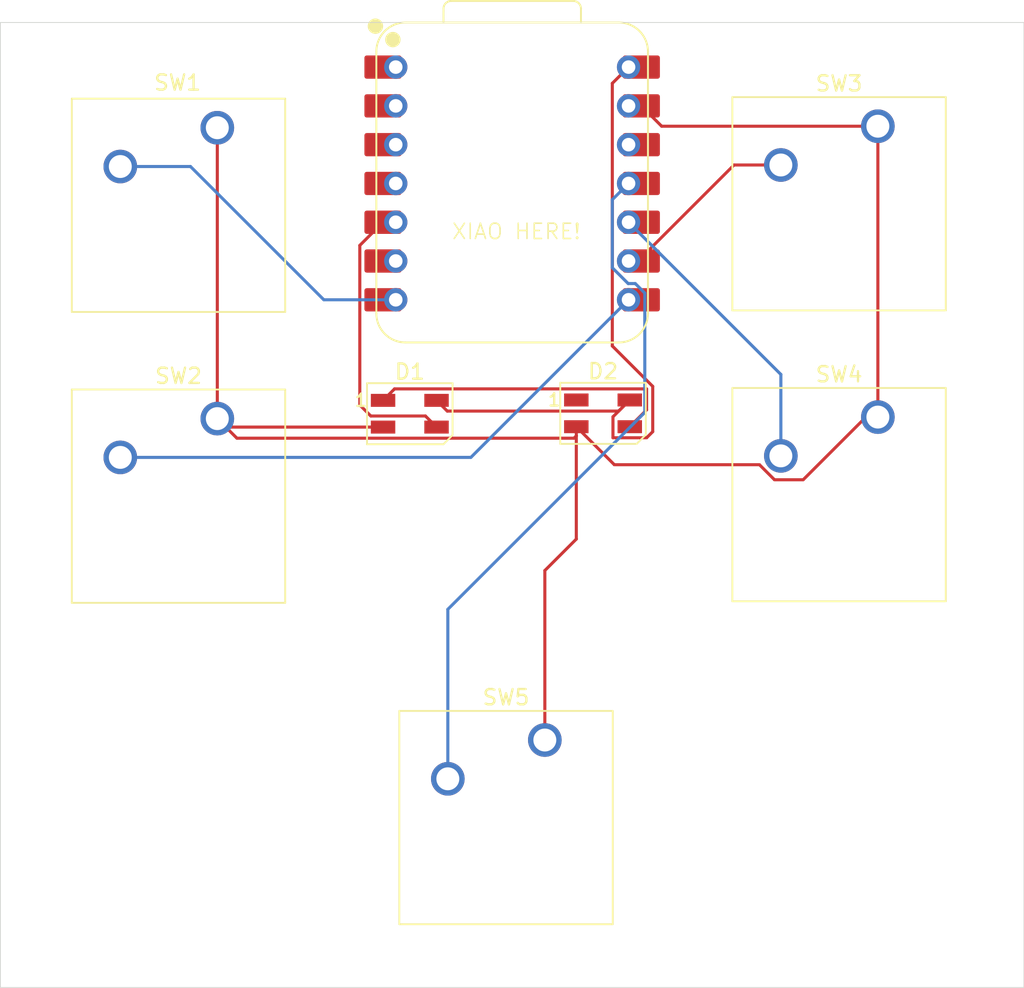
<source format=kicad_pcb>
(kicad_pcb (version 20241229) (generator "pcbnew") (generator_version "9.0")
  (layers (0 "F.Cu" signal) (2 "B.Cu" signal) (13 "F.Paste" user) (15 "B.Paste" user) (5 "F.SilkS" user "F.Silkscreen") (7 "B.SilkS" user "B.Silkscreen") (1 "F.Mask" user) (3 "B.Mask" user) (25 "Edge.Cuts" user))
  (net 0 "")
  (net 1 "Net-(D1-VDD)")
  (net 2 "Net-(D1-VSS)")
  (net 3 "GND")
  (net 4 "+5V")
  (net 6 "Net-(U1-GPIO0{slash}TX)")
  (net 7 "Net-(U1-GPIO1{slash}RX)")
  (net 8 "Net-(U1-GPIO2{slash}SCK)")
  (net 9 "Net-(U1-GPIO4{slash}MISO)")
  (net 10 "Net-(U1-GPIO3{slash}MOSI)")
  (footprint "Button_Switch_Keyboard:SW_Cherry_MX_1.00u_PCB" (layer "F.Cu") (at 159.7 54.42)
    (property "Reference" "SW1" (at -2.6 -2.95 0) (layer "F.SilkS"))
    (property "Value" "SW_Push")
    (fp_line (start -9.525 -1.905) (end 4.445 -1.905) (stroke (width 0.12)) (layer "F.SilkS"))
    (fp_line (start -9.525 12.065) (end -9.525 -1.905) (stroke (width 0.12)) (layer "F.SilkS"))
    (fp_line (start 4.445 -1.905) (end 4.445 12.065) (stroke (width 0.12)) (layer "F.SilkS"))
    (fp_line (start 4.445 12.065) (end -9.525 12.065) (stroke (width 0.12)) (layer "F.SilkS"))
    (pad "" np_thru_hole circle (at -7.62 5.08) (size 1.7 1.7) (drill 1.7) (layers "*.Cu" "*.Mask"))
    (pad "" np_thru_hole circle (at -2.54 5.08) (size 4 4) (drill 4) (layers "*.Cu" "*.Mask"))
    (pad "" np_thru_hole circle (at 2.54 5.08) (size 1.7 1.7) (drill 1.7) (layers "*.Cu" "*.Mask"))
    (pad "1" thru_hole circle (at 0 0) (size 2.2 2.2) (drill 1.5) (layers "*.Cu" "*.Mask") (net 3 "GND"))
    (pad "2" thru_hole circle (at -6.35 2.54) (size 2.2 2.2) (drill 1.5) (layers "*.Cu" "*.Mask") (net 6 "Net-(U1-GPIO0{slash}TX)"))
  )
  (footprint "Button_Switch_Keyboard:SW_Cherry_MX_1.00u_PCB" (layer "F.Cu") (at 181.14 94.52)
    (property "Reference" "SW5" (at -2.54 -2.794 0) (layer "F.SilkS"))
    (property "Value" "SW_Push")
    (fp_line (start -9.525 -1.905) (end 4.445 -1.905) (stroke (width 0.12)) (layer "F.SilkS"))
    (fp_line (start -9.525 12.065) (end -9.525 -1.905) (stroke (width 0.12)) (layer "F.SilkS"))
    (fp_line (start 4.445 -1.905) (end 4.445 12.065) (stroke (width 0.12)) (layer "F.SilkS"))
    (fp_line (start 4.445 12.065) (end -9.525 12.065) (stroke (width 0.12)) (layer "F.SilkS"))
    (pad "" np_thru_hole circle (at -7.62 5.08) (size 1.7 1.7) (drill 1.7) (layers "*.Cu" "*.Mask"))
    (pad "" np_thru_hole circle (at -2.54 5.08) (size 4 4) (drill 4) (layers "*.Cu" "*.Mask"))
    (pad "" np_thru_hole circle (at 2.54 5.08) (size 1.7 1.7) (drill 1.7) (layers "*.Cu" "*.Mask"))
    (pad "1" thru_hole circle (at 0 0) (size 2.2 2.2) (drill 1.5) (layers "*.Cu" "*.Mask") (net 3 "GND"))
    (pad "2" thru_hole circle (at -6.35 2.54) (size 2.2 2.2) (drill 1.5) (layers "*.Cu" "*.Mask") (net 10 "Net-(U1-GPIO3{slash}MOSI)"))
  )
  (footprint "LED_SMD:LED_SK6812MINI_PLCC4_3.5x3.5mm_P1.75mm" (layer "F.Cu") (at 172.3 73.15)
    (property "Reference" "D1" (at 0 -2.75 0) (layer "F.SilkS"))
    (property "Value" "SK6812")
    (fp_line (start -2.8 -2) (end -2.8 2) (stroke (width 0.12)) (layer "F.SilkS"))
    (fp_line (start -2.8 -2) (end 2.8 -2) (stroke (width 0.12)) (layer "F.SilkS"))
    (fp_line (start -2.8 2) (end 2.2 2) (stroke (width 0.12)) (layer "F.SilkS"))
    (fp_line (start 2.8 1.4) (end 2.2 2) (stroke (width 0.12)) (layer "F.SilkS"))
    (fp_line (start 2.8 1.4) (end 2.8 -2) (stroke (width 0.12)) (layer "F.SilkS"))
    (fp_text user "1" (at -3.2 -0.875 0) (layer "F.SilkS") (effects (font (size 0.8 0.8))))
    (pad "1" smd rect (at -1.75 -0.875) (size 1.6 0.85) (layers "F.Cu" "F.Mask" "F.Paste") (net 2 "Net-(D1-VSS)"))
    (pad "2" smd rect (at -1.75 0.875) (size 1.6 0.85) (layers "F.Cu" "F.Mask" "F.Paste") (net 3 "GND"))
    (pad "3" smd rect (at 1.75 0.875) (size 1.6 0.85) (layers "F.Cu" "F.Mask" "F.Paste") (net 1 "Net-(D1-VDD)"))
    (pad "4" smd rect (at 1.75 -0.875) (size 1.6 0.85) (layers "F.Cu" "F.Mask" "F.Paste") (net 4 "+5V"))
  )
  (footprint "Button_Switch_Keyboard:SW_Cherry_MX_1.00u_PCB" (layer "F.Cu") (at 159.7 73.47)
    (property "Reference" "SW2" (at -2.54 -2.794 0) (layer "F.SilkS"))
    (property "Value" "SW_Push")
    (fp_line (start -9.525 -1.905) (end 4.445 -1.905) (stroke (width 0.12)) (layer "F.SilkS"))
    (fp_line (start -9.525 12.065) (end -9.525 -1.905) (stroke (width 0.12)) (layer "F.SilkS"))
    (fp_line (start 4.445 -1.905) (end 4.445 12.065) (stroke (width 0.12)) (layer "F.SilkS"))
    (fp_line (start 4.445 12.065) (end -9.525 12.065) (stroke (width 0.12)) (layer "F.SilkS"))
    (pad "" np_thru_hole circle (at -7.62 5.08) (size 1.7 1.7) (drill 1.7) (layers "*.Cu" "*.Mask"))
    (pad "" np_thru_hole circle (at -2.54 5.08) (size 4 4) (drill 4) (layers "*.Cu" "*.Mask"))
    (pad "" np_thru_hole circle (at 2.54 5.08) (size 1.7 1.7) (drill 1.7) (layers "*.Cu" "*.Mask"))
    (pad "1" thru_hole circle (at 0 0) (size 2.2 2.2) (drill 1.5) (layers "*.Cu" "*.Mask") (net 3 "GND"))
    (pad "2" thru_hole circle (at -6.35 2.54) (size 2.2 2.2) (drill 1.5) (layers "*.Cu" "*.Mask") (net 7 "Net-(U1-GPIO1{slash}RX)"))
  )
  (footprint "Button_Switch_Keyboard:SW_Cherry_MX_1.00u_PCB" (layer "F.Cu") (at 202.94 73.37)
    (property "Reference" "SW4" (at -2.54 -2.794 0) (layer "F.SilkS"))
    (property "Value" "SW_Push")
    (fp_line (start -9.525 -1.905) (end 4.445 -1.905) (stroke (width 0.12)) (layer "F.SilkS"))
    (fp_line (start -9.525 12.065) (end -9.525 -1.905) (stroke (width 0.12)) (layer "F.SilkS"))
    (fp_line (start 4.445 -1.905) (end 4.445 12.065) (stroke (width 0.12)) (layer "F.SilkS"))
    (fp_line (start 4.445 12.065) (end -9.525 12.065) (stroke (width 0.12)) (layer "F.SilkS"))
    (pad "" np_thru_hole circle (at -7.62 5.08) (size 1.7 1.7) (drill 1.7) (layers "*.Cu" "*.Mask"))
    (pad "" np_thru_hole circle (at -2.54 5.08) (size 4 4) (drill 4) (layers "*.Cu" "*.Mask"))
    (pad "" np_thru_hole circle (at 2.54 5.08) (size 1.7 1.7) (drill 1.7) (layers "*.Cu" "*.Mask"))
    (pad "1" thru_hole circle (at 0 0) (size 2.2 2.2) (drill 1.5) (layers "*.Cu" "*.Mask") (net 3 "GND"))
    (pad "2" thru_hole circle (at -6.35 2.54) (size 2.2 2.2) (drill 1.5) (layers "*.Cu" "*.Mask") (net 9 "Net-(U1-GPIO4{slash}MISO)"))
  )
  (footprint "Button_Switch_Keyboard:SW_Cherry_MX_1.00u_PCB" (layer "F.Cu") (at 202.94 54.32)
    (property "Reference" "SW3" (at -2.54 -2.794 0) (layer "F.SilkS"))
    (property "Value" "SW_Push")
    (fp_line (start -9.525 -1.905) (end 4.445 -1.905) (stroke (width 0.12)) (layer "F.SilkS"))
    (fp_line (start -9.525 12.065) (end -9.525 -1.905) (stroke (width 0.12)) (layer "F.SilkS"))
    (fp_line (start 4.445 -1.905) (end 4.445 12.065) (stroke (width 0.12)) (layer "F.SilkS"))
    (fp_line (start 4.445 12.065) (end -9.525 12.065) (stroke (width 0.12)) (layer "F.SilkS"))
    (pad "" np_thru_hole circle (at -7.62 5.08) (size 1.7 1.7) (drill 1.7) (layers "*.Cu" "*.Mask"))
    (pad "" np_thru_hole circle (at -2.54 5.08) (size 4 4) (drill 4) (layers "*.Cu" "*.Mask"))
    (pad "" np_thru_hole circle (at 2.54 5.08) (size 1.7 1.7) (drill 1.7) (layers "*.Cu" "*.Mask"))
    (pad "1" thru_hole circle (at 0 0) (size 2.2 2.2) (drill 1.5) (layers "*.Cu" "*.Mask") (net 3 "GND"))
    (pad "2" thru_hole circle (at -6.35 2.54) (size 2.2 2.2) (drill 1.5) (layers "*.Cu" "*.Mask") (net 8 "Net-(U1-GPIO2{slash}SCK)"))
  )
  (footprint "OPL:XIAO-RP2040-DIP" (layer "F.Cu") (at 179 58.0685)
    (property "Reference" "U1" (hide yes))
    (property "Value" "XIAO-RP2040-DIP")
    (fp_line (start -8.89 8.509) (end -8.89 -8.636) (stroke (width 0.127)) (layer "F.SilkS"))
    (fp_line (start -6.985 10.414) (end 6.985 10.414) (stroke (width 0.127)) (layer "F.SilkS"))
    (fp_line (start -4.495 -10.541) (end -4.491272 -11.451272) (stroke (width 0.127)) (layer "F.SilkS"))
    (fp_line (start -3.991272 -11.951) (end 4.004 -11.951) (stroke (width 0.127)) (layer "F.SilkS"))
    (fp_line (start 4.504 -11.451) (end 4.504 -10.541) (stroke (width 0.127)) (layer "F.SilkS"))
    (fp_line (start 6.985 -10.541) (end -6.985 -10.541) (stroke (width 0.1)) (layer "F.SilkS"))
    (fp_line (start 6.985 -10.541) (end -6.985 -10.541) (stroke (width 0.127)) (layer "F.SilkS"))
    (fp_line (start 8.89 8.509) (end 8.89 -8.636) (stroke (width 0.127)) (layer "F.SilkS"))
    (fp_arc (start -8.89 -8.636) (mid -8.332038 -9.983038) (end -6.985 -10.541) (stroke (width 0.127)) (layer "F.SilkS"))
    (fp_arc (start -6.985 10.414) (mid -8.332038 9.856038) (end -8.89 8.509) (stroke (width 0.127)) (layer "F.SilkS"))
    (fp_arc (start -4.491272 -11.451272) (mid -4.344728 -11.80464) (end -3.991272 -11.951) (stroke (width 0.127)) (layer "F.SilkS"))
    (fp_arc (start 4.004 -11.951) (mid 4.357553 -11.804553) (end 4.504 -11.451) (stroke (width 0.127)) (layer "F.SilkS"))
    (fp_arc (start 6.985 -10.541) (mid 8.332038 -9.983038) (end 8.89 -8.636) (stroke (width 0.127)) (layer "F.SilkS"))
    (fp_arc (start 8.89 8.509) (mid 8.332038 9.856038) (end 6.985 10.414) (stroke (width 0.127)) (layer "F.SilkS"))
    (fp_circle (center -8.95 -10.3) (end -8.95 -10.554) (stroke (width 0.5)) (fill yes) (layer "F.SilkS"))
    (fp_circle (center -7.807 -9.42) (end -7.807 -9.674) (stroke (width 0.5)) (fill yes) (layer "F.SilkS"))
    (pad "1" smd roundrect (at -8.455 -7.62 180) (size 2.432 1.524) (layers "F.Cu" "F.Mask") (roundrect_rratio 0.1))
    (pad "1" thru_hole circle (at -7.62 -7.62 180) (size 1.524 1.524) (drill 0.889) (layers "*.Cu" "*.Mask"))
    (pad "2" smd roundrect (at -8.455 -5.08 180) (size 2.432 1.524) (layers "F.Cu" "F.Mask") (roundrect_rratio 0.1))
    (pad "2" thru_hole circle (at -7.62 -5.08 180) (size 1.524 1.524) (drill 0.889) (layers "*.Cu" "*.Mask"))
    (pad "3" smd roundrect (at -8.455 -2.54 180) (size 2.432 1.524) (layers "F.Cu" "F.Mask") (roundrect_rratio 0.1))
    (pad "3" thru_hole circle (at -7.62 -2.54 180) (size 1.524 1.524) (drill 0.889) (layers "*.Cu" "*.Mask"))
    (pad "4" smd roundrect (at -8.455 0 180) (size 2.432 1.524) (layers "F.Cu" "F.Mask") (roundrect_rratio 0.1))
    (pad "4" thru_hole circle (at -7.62 0 180) (size 1.524 1.524) (drill 0.889) (layers "*.Cu" "*.Mask"))
    (pad "5" smd roundrect (at -8.455 2.54 180) (size 2.432 1.524) (layers "F.Cu" "F.Mask") (roundrect_rratio 0.1) (net 1 "Net-(D1-VDD)"))
    (pad "5" thru_hole circle (at -7.62 2.54 180) (size 1.524 1.524) (drill 0.889) (layers "*.Cu" "*.Mask") (net 1 "Net-(D1-VDD)"))
    (pad "6" smd roundrect (at -8.455 5.08 180) (size 2.432 1.524) (layers "F.Cu" "F.Mask") (roundrect_rratio 0.1))
    (pad "6" thru_hole circle (at -7.62 5.08 180) (size 1.524 1.524) (drill 0.889) (layers "*.Cu" "*.Mask"))
    (pad "7" smd roundrect (at -8.455 7.62 180) (size 2.432 1.524) (layers "F.Cu" "F.Mask") (roundrect_rratio 0.1) (net 6 "Net-(U1-GPIO0{slash}TX)"))
    (pad "7" thru_hole circle (at -7.62 7.62 180) (size 1.524 1.524) (drill 0.889) (layers "*.Cu" "*.Mask") (net 6 "Net-(U1-GPIO0{slash}TX)"))
    (pad "8" thru_hole circle (at 7.62 7.62) (size 1.524 1.524) (drill 0.889) (layers "*.Cu" "*.Mask") (net 7 "Net-(U1-GPIO1{slash}RX)"))
    (pad "8" smd roundrect (at 8.455 7.62) (size 2.432 1.524) (layers "F.Cu" "F.Mask") (roundrect_rratio 0.1) (net 7 "Net-(U1-GPIO1{slash}RX)"))
    (pad "9" thru_hole circle (at 7.62 5.08) (size 1.524 1.524) (drill 0.889) (layers "*.Cu" "*.Mask") (net 8 "Net-(U1-GPIO2{slash}SCK)"))
    (pad "9" smd roundrect (at 8.455 5.08) (size 2.432 1.524) (layers "F.Cu" "F.Mask") (roundrect_rratio 0.1) (net 8 "Net-(U1-GPIO2{slash}SCK)"))
    (pad "10" thru_hole circle (at 7.62 2.54) (size 1.524 1.524) (drill 0.889) (layers "*.Cu" "*.Mask") (net 9 "Net-(U1-GPIO4{slash}MISO)"))
    (pad "10" smd roundrect (at 8.455 2.54) (size 2.432 1.524) (layers "F.Cu" "F.Mask") (roundrect_rratio 0.1) (net 9 "Net-(U1-GPIO4{slash}MISO)"))
    (pad "11" thru_hole circle (at 7.62 0) (size 1.524 1.524) (drill 0.889) (layers "*.Cu" "*.Mask") (net 10 "Net-(U1-GPIO3{slash}MOSI)"))
    (pad "11" smd roundrect (at 8.455 0) (size 2.432 1.524) (layers "F.Cu" "F.Mask") (roundrect_rratio 0.1) (net 10 "Net-(U1-GPIO3{slash}MOSI)"))
    (pad "12" thru_hole circle (at 7.62 -2.54) (size 1.524 1.524) (drill 0.889) (layers "*.Cu" "*.Mask"))
    (pad "12" smd roundrect (at 8.455 -2.54) (size 2.432 1.524) (layers "F.Cu" "F.Mask") (roundrect_rratio 0.1))
    (pad "13" thru_hole circle (at 7.62 -5.08) (size 1.524 1.524) (drill 0.889) (layers "*.Cu" "*.Mask") (net 3 "GND"))
    (pad "13" smd roundrect (at 8.455 -5.08) (size 2.432 1.524) (layers "F.Cu" "F.Mask") (roundrect_rratio 0.1) (net 3 "GND"))
    (pad "14" thru_hole circle (at 7.62 -7.62) (size 1.524 1.524) (drill 0.889) (layers "*.Cu" "*.Mask") (net 4 "+5V"))
    (pad "14" smd roundrect (at 8.455 -7.62) (size 2.432 1.524) (layers "F.Cu" "F.Mask") (roundrect_rratio 0.1) (net 4 "+5V"))
  )
  (footprint "LED_SMD:LED_SK6812MINI_PLCC4_3.5x3.5mm_P1.75mm" (layer "F.Cu") (at 184.95 73.125)
    (property "Reference" "D2" (at 0 -2.75 0) (layer "F.SilkS"))
    (property "Value" "SK6812")
    (fp_line (start -2.8 -2) (end -2.8 2) (stroke (width 0.12)) (layer "F.SilkS"))
    (fp_line (start -2.8 -2) (end 2.8 -2) (stroke (width 0.12)) (layer "F.SilkS"))
    (fp_line (start -2.8 2) (end 2.2 2) (stroke (width 0.12)) (layer "F.SilkS"))
    (fp_line (start 2.8 1.4) (end 2.2 2) (stroke (width 0.12)) (layer "F.SilkS"))
    (fp_line (start 2.8 1.4) (end 2.8 -2) (stroke (width 0.12)) (layer "F.SilkS"))
    (fp_text user "1" (at -3.2 -0.875 0) (layer "F.SilkS") (effects (font (size 0.8 0.8))))
    (pad "1" smd rect (at -1.75 -0.875) (size 1.6 0.85) (layers "F.Cu" "F.Mask" "F.Paste"))
    (pad "2" smd rect (at -1.75 0.875) (size 1.6 0.85) (layers "F.Cu" "F.Mask" "F.Paste") (net 3 "GND"))
    (pad "3" smd rect (at 1.75 0.875) (size 1.6 0.85) (layers "F.Cu" "F.Mask" "F.Paste") (net 2 "Net-(D1-VSS)"))
    (pad "4" smd rect (at 1.75 -0.875) (size 1.6 0.85) (layers "F.Cu" "F.Mask" "F.Paste") (net 4 "+5V"))
  )
  (gr_rect (start 145.5 47.5275) (end 212.5 110.7275) (stroke (width 0.05)) (fill no) (layer "Edge.Cuts"))
  (gr_text "XIAO HERE!" (at 175 61.8 0) (layer "F.SilkS") (effects (font (size 1 1) (thickness 0.1)) (justify left bottom)))
  (segment (start 169.028 72.58) (end 169.028 62.1255) (width 0.2) (layer "F.Cu") (net 1))
  (segment (start 169.028 62.1255) (end 170.545 60.6085) (width 0.2) (layer "F.Cu") (net 1))
  (segment (start 174.05 74.025) (end 173.324 73.299) (width 0.2) (layer "F.Cu") (net 1))
  (segment (start 169.747 73.299) (end 169.028 72.58) (width 0.2) (layer "F.Cu") (net 1))
  (segment (start 173.324 73.299) (end 169.747 73.299) (width 0.2) (layer "F.Cu") (net 1))
  (segment (start 187.801 71.524) (end 187.801 72.899) (width 0.2) (layer "F.Cu") (net 2))
  (segment (start 171.301 71.524) (end 187.801 71.524) (width 0.2) (layer "F.Cu") (net 2))
  (segment (start 187.801 72.899) (end 186.7 74) (width 0.2) (layer "F.Cu") (net 2))
  (segment (start 170.55 72.275) (end 171.301 71.524) (width 0.2) (layer "F.Cu") (net 2))
  (segment (start 183.2 74.6) (end 183.049 74.751) (width 0.2) (layer "F.Cu") (net 3))
  (segment (start 196.17487 77.476184) (end 198.049 77.476184) (width 0.2) (layer "F.Cu") (net 3))
  (segment (start 183.2 74) (end 185.690314 76.490314) (width 0.2) (layer "F.Cu") (net 3))
  (segment (start 195.189 76.490314) (end 196.17487 77.476184) (width 0.2) (layer "F.Cu") (net 3))
  (segment (start 202.94 54.32) (end 188.7865 54.32) (width 0.2) (layer "F.Cu") (net 3))
  (segment (start 160.255 74.025) (end 159.7 73.47) (width 0.2) (layer "F.Cu") (net 3))
  (segment (start 183.2 74) (end 183.2 74.6) (width 0.2) (layer "F.Cu") (net 3))
  (segment (start 160.981 74.751) (end 159.7 73.47) (width 0.2) (layer "F.Cu") (net 3))
  (segment (start 183.049 74.751) (end 160.981 74.751) (width 0.2) (layer "F.Cu") (net 3))
  (segment (start 202.155184 73.37) (end 202.94 73.37) (width 0.2) (layer "F.Cu") (net 3))
  (segment (start 198.049 77.476184) (end 202.155184 73.37) (width 0.2) (layer "F.Cu") (net 3))
  (segment (start 183.2 81.36) (end 181.14 83.42) (width 0.2) (layer "F.Cu") (net 3))
  (segment (start 185.690314 76.490314) (end 195.189 76.490314) (width 0.2) (layer "F.Cu") (net 3))
  (segment (start 170.55 74.025) (end 160.255 74.025) (width 0.2) (layer "F.Cu") (net 3))
  (segment (start 181.14 83.42) (end 181.14 94.52) (width 0.2) (layer "F.Cu") (net 3))
  (segment (start 188.7865 54.32) (end 187.455 52.9885) (width 0.2) (layer "F.Cu") (net 3))
  (segment (start 202.94 54.32) (end 202.94 73.37) (width 0.2) (layer "F.Cu") (net 3))
  (segment (start 183.2 74.6) (end 183.2 81.36) (width 0.2) (layer "F.Cu") (net 3))
  (segment (start 159.7 54.42) (end 159.7 73.47) (width 0.2) (layer "F.Cu") (net 3))
  (segment (start 185.974 72.976) (end 186.7 72.25) (width 0.2) (layer "F.Cu") (net 4))
  (segment (start 174.751 72.976) (end 185.974 72.976) (width 0.2) (layer "F.Cu") (net 4))
  (segment (start 188.202 74.325) (end 187.801 74.726) (width 0.2) (layer "F.Cu") (net 4))
  (segment (start 185.599 74.726) (end 185.599 73.351) (width 0.2) (layer "F.Cu") (net 4))
  (segment (start 187.801 74.726) (end 185.599 74.726) (width 0.2) (layer "F.Cu") (net 4))
  (segment (start 187.455 50.4485) (end 186.62 50.4485) (width 0.2) (layer "F.Cu") (net 4))
  (segment (start 185.557 68.7129) (end 188.202 71.3579) (width 0.2) (layer "F.Cu") (net 4))
  (segment (start 188.202 71.3579) (end 188.202 74.325) (width 0.2) (layer "F.Cu") (net 4))
  (segment (start 185.557 51.5115) (end 185.557 68.7129) (width 0.2) (layer "F.Cu") (net 4))
  (segment (start 174.05 72.275) (end 174.751 72.976) (width 0.2) (layer "F.Cu") (net 4))
  (segment (start 185.599 73.351) (end 186.7 72.25) (width 0.2) (layer "F.Cu") (net 4))
  (segment (start 186.62 50.4485) (end 185.557 51.5115) (width 0.2) (layer "F.Cu") (net 4))
  (segment (start 166.673316 65.6885) (end 171.38 65.6885) (width 0.2) (layer "B.Cu") (net 6))
  (segment (start 157.944816 56.96) (end 166.673316 65.6885) (width 0.2) (layer "B.Cu") (net 6))
  (segment (start 153.35 56.96) (end 157.944816 56.96) (width 0.2) (layer "B.Cu") (net 6))
  (segment (start 176.2985 76.01) (end 186.62 65.6885) (width 0.2) (layer "B.Cu") (net 7))
  (segment (start 153.35 76.01) (end 176.2985 76.01) (width 0.2) (layer "B.Cu") (net 7))
  (segment (start 187.233626 63.1485) (end 186.62 63.1485) (width 0.2) (layer "F.Cu") (net 8))
  (segment (start 196.59 56.86) (end 193.522126 56.86) (width 0.2) (layer "F.Cu") (net 8))
  (segment (start 193.522126 56.86) (end 187.233626 63.1485) (width 0.2) (layer "F.Cu") (net 8))
  (segment (start 186.62 60.6085) (end 196.59 70.5785) (width 0.2) (layer "B.Cu") (net 9))
  (segment (start 196.59 70.5785) (end 196.59 75.91) (width 0.2) (layer "B.Cu") (net 9))
  (segment (start 185.557 63.58881) (end 185.557 59.1315) (width 0.2) (layer "B.Cu") (net 10))
  (segment (start 174.79 85.96) (end 174.79 97.06) (width 0.2) (layer "B.Cu") (net 10))
  (segment (start 187.06031 64.6255) (end 186.59369 64.6255) (width 0.2) (layer "B.Cu") (net 10))
  (segment (start 174.79 85.96) (end 187.683 73.067) (width 0.2) (layer "B.Cu") (net 10))
  (segment (start 186.59369 64.6255) (end 185.557 63.58881) (width 0.2) (layer "B.Cu") (net 10))
  (segment (start 187.683 73.067) (end 187.683 65.24819) (width 0.2) (layer "B.Cu") (net 10))
  (segment (start 187.683 65.24819) (end 187.06031 64.6255) (width 0.2) (layer "B.Cu") (net 10))
  (segment (start 185.557 59.1315) (end 186.62 58.0685) (width 0.2) (layer "B.Cu") (net 10))
)
</source>
